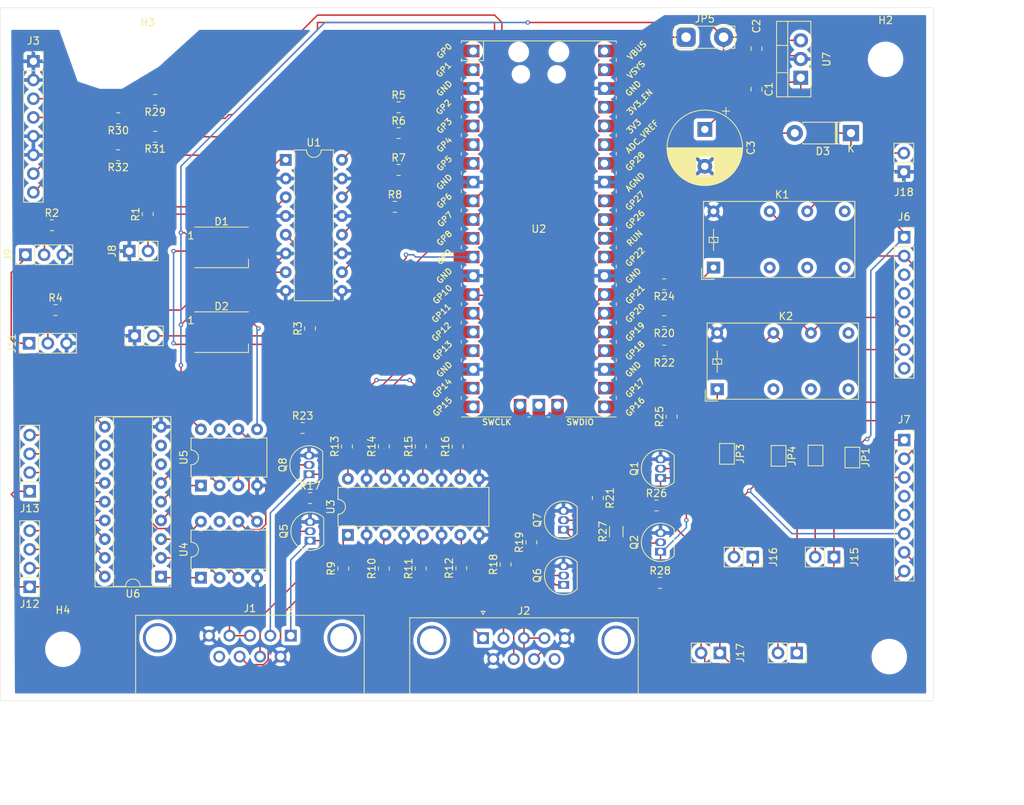
<source format=kicad_pcb>
(kicad_pcb (version 20240108) (generator "pcbnew") (generator_version "8.0")
  (layers (0 "F.Cu" signal) (31 "B.Cu" signal) (34 "B.Paste" user) (35 "F.Paste" user) (36 "B.SilkS" user "B.Silkscreen") (37 "F.SilkS" user "F.Silkscreen") (38 "B.Mask" user) (39 "F.Mask" user) (44 "Edge.Cuts" user))
  (net 0 "")
  (net 1 "+5V")
  (net 2 "GND")
  (net 3 "Net-(D1-DIN)")
  (net 5 "Net-(D2-DIN)")
  (net 6 "Net-(J1-Pad8)")
  (net 8 "+12V")
  (net 9 "FF Nord Tx")
  (net 10 "Net-(J1-Pad7)")
  (net 11 "/Block Kommunikation/FM Nord Tx")
  (net 13 "FF Süd Tx")
  (net 16 "Net-(J2-Pad1)")
  (net 17 "FM Süd Tx")
  (net 18 "Net-(J2-Pad2)")
  (net 19 "Net-(J8-Pin_2)")
  (net 20 "Net-(J9-Pin_2)")
  (net 21 "Net-(J10-Pin_2)")
  (net 22 "Net-(J11-Pin_2)")
  (net 23 "Net-(J12-Pin_3)")
  (net 24 "Net-(J12-Pin_4)")
  (net 25 "Net-(J12-Pin_2)")
  (net 26 "Net-(J13-Pin_3)")
  (net 27 "Net-(J13-Pin_4)")
  (net 28 "Net-(J13-Pin_2)")
  (net 29 "Net-(J15-Pin_2)")
  (net 30 "Net-(J6-Pin_1)")
  (net 31 "Net-(J6-Pin_2)")
  (net 32 "Net-(J14-Pin_2)")
  (net 33 "Net-(J17-Pin_2)")
  (net 34 "Net-(J6-Pin_6)")
  (net 35 "Net-(J16-Pin_2)")
  (net 36 "Net-(J6-Pin_7)")
  (net 37 "Net-(JP5-A)")
  (net 38 "Net-(Q1-C)")
  (net 39 "Net-(Q1-B)")
  (net 40 "Net-(Q2-B)")
  (net 41 "Net-(Q2-C)")
  (net 42 "Net-(Q5-B)")
  (net 43 "Net-(Q6-B)")
  (net 44 "Net-(Q7-B)")
  (net 45 "Net-(Q8-B)")
  (net 46 "Net-(R1-Pad2)")
  (net 47 "Net-(R2-Pad2)")
  (net 48 "Net-(R3-Pad2)")
  (net 49 "Net-(R4-Pad2)")
  (net 50 "Net-(R9-Pad2)")
  (net 51 "Net-(R10-Pad2)")
  (net 52 "Net-(R11-Pad2)")
  (net 53 "Net-(R12-Pad2)")
  (net 54 "FM Nord TX")
  (net 55 "Fahrstrom Nord")
  (net 56 "Fahrstrom Süd")
  (net 57 "Net-(R5-Pad1)")
  (net 58 "Net-(R7-Pad1)")
  (net 59 "Net-(R6-Pad1)")
  (net 60 "Net-(R8-Pad1)")
  (net 61 "FM_Süd_Rx")
  (net 62 "FF_Süd_Rx")
  (net 67 "/S Süd")
  (net 69 "/T Süd")
  (net 70 "/Reed Süd")
  (net 73 "/S Nord")
  (net 74 "/T Nord")
  (net 82 "/LED-Pin")
  (net 83 "/RLT Nord")
  (net 84 "FM_Nord_Rx")
  (net 85 "FF Nord Rx")
  (net 86 "/RLT Süd")
  (net 88 "Net-(R16-Pad1)")
  (net 89 "Net-(R13-Pad1)")
  (net 90 "Net-(R14-Pad1)")
  (net 91 "Net-(R15-Pad1)")
  (net 93 "Net-(U4-OUTR)")
  (net 94 "Net-(U4-OUTG)")
  (net 95 "Net-(U4-DO)")
  (net 96 "Net-(U4-OUTB)")
  (net 97 "Net-(U5-OUTG)")
  (net 99 "Net-(U5-OUTR)")
  (net 100 "Net-(U5-OUTB)")
  (net 101 "/Reed Nord")
  (net 107 "Net-(J14-Pin_1)")
  (net 109 "Net-(J16-Pin_1)")
  (net 122 "Net-(J3-Pin_4)")
  (net 123 "Net-(J3-Pin_8)")
  (net 124 "Net-(J3-Pin_7)")
  (net 125 "Net-(J3-Pin_3)")
  (footprint "Connector_PinSocket_2.54mm:PinSocket_1x02_P2.54mm_Vertical" (layer "F.Cu") (at 173.54 102.5 -90)
    (property "Reference" "J17")
    (property "Value" "Gleis Süd In")
  )
  (footprint "Package_TO_SOT_THT:TO-92_Inline" (layer "F.Cu") (at 165.5 88.77 90)
    (property "Reference" "Q2")
    (property "Value" "BC547")
  )
  (footprint "Resistor_SMD:R_0805_2012Metric_Pad1.20x1.40mm_HandSolder" (layer "F.Cu") (at 166 52.5 180)
    (property "Reference" "R24")
    (property "Value" "10K")
  )
  (footprint "Resistor_SMD:R_0805_2012Metric_Pad1.20x1.40mm_HandSolder" (layer "F.Cu") (at 164.95 82.5)
    (property "Reference" "R26")
    (property "Value" "10K")
  )
  (footprint "Resistor_SMD:R_0805_2012Metric_Pad1.20x1.40mm_HandSolder" (layer "F.Cu") (at 166 57.5 180)
    (property "Reference" "R20")
    (property "Value" "10K")
  )
  (footprint "Connector_PinHeader_2.54mm:PinHeader_1x03_P2.54mm_Vertical" (layer "F.Cu") (at 79.42 48.5 90)
    (property "Reference" "J9")
    (property "Value" "RLT Nord")
  )
  (footprint "Resistor_SMD:R_0805_2012Metric_Pad1.20x1.40mm_HandSolder" (layer "F.Cu") (at 128 91.05 90)
    (property "Reference" "R10")
    (property "Value" "1K")
  )
  (footprint "Jumper:SolderJumper-2_P1.3mm_Open_TrianglePad1.0x1.5mm" (layer "F.Cu") (at 181.5 75.775 -90)
    (property "Reference" "JP4")
    (property "Value" "SolderJumper_2_Open" (hide yes))
  )
  (footprint "Connector_PinHeader_2.54mm:PinHeader_1x02_P2.54mm_Vertical" (layer "F.Cu") (at 93.5 48 90)
    (property "Reference" "J8")
    (property "Value" "Reed Nord")
  )
  (footprint "Resistor_SMD:R_0805_2012Metric_Pad1.20x1.40mm_HandSolder" (layer "F.Cu") (at 122.5 91.05 90)
    (property "Reference" "R9")
    (property "Value" "1K")
  )
  (footprint "MountingHole:MountingHole_4.3mm_M4" (layer "F.Cu") (at 91 20)
    (property "Reference" "H3")
    (property "Value" "MountingHole")
  )
  (footprint "Resistor_SMD:R_0805_2012Metric_Pad1.20x1.40mm_HandSolder" (layer "F.Cu") (at 128 74.5 90)
    (property "Reference" "R14")
    (property "Value" "330")
  )
  (footprint "Resistor_SMD:R_0805_2012Metric_Pad1.20x1.40mm_HandSolder" (layer "F.Cu") (at 130 28.5)
    (property "Reference" "R5")
    (property "Value" "330")
  )
  (footprint "Resistor_SMD:R_0805_2012Metric_Pad1.20x1.40mm_HandSolder" (layer "F.Cu") (at 97 27.5 180)
    (property "Reference" "R29")
    (property "Value" "330")
  )
  (footprint "Resistor_SMD:R_0805_2012Metric_Pad1.20x1.40mm_HandSolder" (layer "F.Cu") (at 129.5 42)
    (property "Reference" "R8")
    (property "Value" "330")
  )
  (footprint "Resistor_SMD:R_0805_2012Metric_Pad1.20x1.40mm_HandSolder" (layer "F.Cu") (at 92 35 180)
    (property "Reference" "R32")
    (property "Value" "330")
  )
  (footprint "Package_DIP:DIP-16_W7.62mm" (layer "F.Cu") (at 114.7 35.625)
    (property "Reference" "U1")
    (property "Value" "LTV-847" (hide yes))
  )
  (footprint "Capacitor_THT:CP_Radial_D10.0mm_P5.00mm" (layer "F.Cu") (at 171.5 31.5 -90)
    (property "Reference" "C3")
    (property "Value" "1 uF")
  )
  (footprint "Package_TO_SOT_THT:TO-92_Inline" (layer "F.Cu") (at 152.36 85.77 90)
    (property "Reference" "Q7")
    (property "Value" "BC547")
  )
  (footprint "Resistor_SMD:R_0805_2012Metric_Pad1.20x1.40mm_HandSolder" (layer "F.Cu") (at 133 91.05 90)
    (property "Reference" "R11")
    (property "Value" "1K")
  )
  (footprint "Connector_PinHeader_2.54mm:PinHeader_1x04_P2.54mm_Vertical" (layer "F.Cu") (at 80 80.58 180)
    (property "Reference" "J13")
    (property "Value" "Signal Süd")
  )
  (footprint "Package_DIP:DIP-8_W7.62mm" (layer "F.Cu") (at 103.2 79.8 90)
    (property "Reference" "U5")
    (property "Value" "WS2811")
  )
  (footprint "Package_TO_SOT_THT:TO-92_Inline" (layer "F.Cu") (at 165.5 78.77 90)
    (property "Reference" "Q1")
    (property "Value" "BC547")
  )
  (footprint "Package_DIP:DIP-8_W7.62mm" (layer "F.Cu") (at 103.2 92.3 90)
    (property "Reference" "U4")
    (property "Value" "WS2811")
  )
  (footprint "Capacitor_SMD:C_0805_2012Metric" (layer "F.Cu") (at 178.5 26.05 -90)
    (property "Reference" "C1")
    (property "Value" "0.33 uF")
  )
  (footprint "Jumper:SolderJumper-2_P1.3mm_Open_TrianglePad1.0x1.5mm" (layer "F.Cu") (at 191.5 76 -90)
    (property "Reference" "JP1")
    (property "Value" "SolderJumper_2_Open" (hide yes))
  )
  (footprint "Resistor_SMD:R_0805_2012Metric_Pad1.20x1.40mm_HandSolder" (layer "F.Cu") (at 83.5 56)
    (property "Reference" "R4")
    (property "Value" "1K")
  )
  (footprint "Package_TO_SOT_THT:TO-92_Inline" (layer "F.Cu") (at 118 87.27 90)
    (property "Reference" "Q5")
    (property "Value" "BC547")
  )
  (footprint "Connector_PinSocket_2.54mm:PinSocket_1x02_P2.54mm_Vertical" (layer "F.Cu") (at 183.96 102.5 -90)
    (property "Reference" "J14" (hide yes))
    (property "Value" "Gleis Nord In")
  )
  (footprint "Resistor_SMD:R_0805_2012Metric_Pad1.20x1.40mm_HandSolder" (layer "F.Cu") (at 130 37)
    (property "Reference" "R7")
    (property "Value" "330")
  )
  (footprint "Connector_PinSocket_2.54mm:PinSocket_1x08_P2.54mm_Vertical" (layer "F.Cu") (at 198.525 46.125)
    (property "Reference" "J6")
    (property "Value" "Conn_01x08")
  )
  (footprint "Resistor_SMD:R_0805_2012Metric_Pad1.20x1.40mm_HandSolder" (layer "F.Cu") (at 97 32.5 180)
    (property "Reference" "R31")
    (property "Value" "330")
  )
  (footprint "Connector_PinSocket_2.54mm:PinSocket_1x08_P2.54mm_Vertical" (layer "F.Cu") (at 198.525 73.625)
    (property "Reference" "J7")
    (property "Value" "Conn_01x08" (hide yes))
  )
  (footprint "MCU_RaspberryPi_and_Boards:RPi_Pico_SMD_TH" (layer "F.Cu") (at 149 45)
    (property "Reference" "U2")
    (property "Value" "Pico")
  )
  (footprint "Package_DIP:DIP-16_W7.62mm" (layer "F.Cu") (at 123.125 86.5 90)
    (property "Reference" "U3")
    (property "Value" "LTV-847")
  )
  (footprint "LED_SMD:LED_WS2812B_PLCC4_5.0x5.0mm_P3.2mm" (layer "F.Cu") (at 106 47.5)
    (property "Reference" "D1")
    (property "Value" "WS2812B")
  )
  (footprint "MountingHole:MountingHole_4.3mm_M4" (layer "F.Cu") (at 196 22)
    (property "Reference" "H2")
    (property "Value" "MountingHole")
  )
  (footprint "Resistor_SMD:R_0805_2012Metric_Pad1.20x1.40mm_HandSolder" (layer "F.Cu") (at 148 87.5 90)
    (property "Reference" "R19")
    (property "Value" "660")
  )
  (footprint "Connector_PinHeader_2.54mm:PinHeader_1x04_P2.54mm_Vertical" (layer "F.Cu") (at 80 93.54 180)
    (property "Reference" "J12")
    (property "Value" "Signal Nord")
  )
  (footprint "Relay_THT:Relay_DPDT_Finder_30.22" (layer "F.Cu") (at 173.1825 66.7375)
    (property "Reference" "K2")
    (property "Value" "Relay_DPDT")
  )
  (footprint "Connector_Dsub:DSUB-9_Female_Horizontal_P2.77x2.84mm_EdgePinOffset4.94mm_Housed_MountingHolesOffset7.48mm" (layer "F.Cu") (at 115.385 100.16)
    (property "Reference" "J1")
    (property "Value" "DE9_Plug_MountingHoles")
  )
  (footprint "LED_SMD:LED_WS2812B_PLCC4_5.0x5.0mm_P3.2mm" (layer "F.Cu") (at 106 59)
    (property "Reference" "D2")
    (property "Value" "WS2812B")
  )
  (footprint "Resistor_SMD:R_0805_2012Metric_Pad1.20x1.40mm_HandSolder" (layer "F.Cu") (at 118 58.5 90)
    (property "Reference" "R3")
    (property "Value" "1K")
  )
  (footprint "Resistor_SMD:R_0805_2012Metric_Pad1.20x1.40mm_HandSolder" (layer "F.Cu") (at 123 74.5 90)
    (property "Reference" "R13")
    (property "Value" "330")
  )
  (footprint "Resistor_SMD:R_0805_2012Metric_Pad1.20x1.40mm_HandSolder" (layer "F.Cu") (at 144.5 90.5 90)
    (property "Reference" "R18")
    (property "Value" "10K")
  )
  (footprint "Package_TO_SOT_THT:TO-92_Inline" (layer "F.Cu") (at 117.86 78.27 90)
    (property "Reference" "Q8")
    (property "Value" "BC547")
  )
  (footprint "Resistor_SMD:R_0805_2012Metric_Pad1.20x1.40mm_HandSolder" (layer "F.Cu") (at 138.5 91 90)
    (property "Reference" "R12")
    (property "Value" "1K")
  )
  (footprint "Package_TO_SOT_THT:TO-92_Inline" (layer "F.Cu") (at 152.36 93.27 90)
    (property "Reference" "Q6")
    (property "Value" "BC547")
  )
  (footprint "Connector_PinSocket_2.54mm:PinSocket_1x02_P2.54mm_Vertical" (layer "F.Cu") (at 178 89.5 -90)
    (property "Reference" "J16")
    (property "Value" "Gleis Süd Out")
  )
  (footprint "TestPoint:TestPoint_2Pads_Pitch5.08mm_Drill1.3mm" (layer "F.Cu") (at 168.96 19)
    (property "Reference" "JP5")
    (property "Value" "Jumper_2_Bridged" (hide yes))
  )
  (footprint "Resistor_SMD:R_0805_2012Metric_Pad1.20x1.40mm_HandSolder" (layer "F.Cu") (at 157 81.5 -90)
    (property "Reference" "R21")
    (property "Value" "660")
  )
  (footprint "Resistor_SMD:R_1206_3216Metric_Pad1.30x1.75mm_HandSolder" (layer "F.Cu") (at 159.5 86.05 90)
    (property "Reference" "R27")
    (property "Value" "660")
  )
  (footprint "MountingHole:MountingHole_4.3mm_M4" (layer "F.Cu") (at 84.5 102)
    (property "Reference" "H4")
    (property "Value" "MountingHole")
  )
  (footprint "Capacitor_SMD:C_0805_2012Metric" (layer "F.Cu") (at 178.5 20.55 -90)
    (property "Reference" "C2")
    (property "Value" "0.1 uF")
  )
  (footprint "Connector_PinHeader_2.54mm:PinHeader_1x03_P2.54mm_Vertical" (layer "F.Cu") (at 79.92 60.5 90)
    (property "Reference" "J11")
    (property "Value" "RLT Süd")
  )
  (footprint "Connector_PinHeader_2.54mm:PinHeader_1x02_P2.54mm_Vertical" (layer "F.Cu") (at 94.225 59.5 90)
    (property "Reference" "J10" (hide yes))
    (property "Value" "Reed Süd")
  )
  (footprint "Resistor_SMD:R_0805_2012Metric_Pad1.20x1.40mm_HandSolder" (layer "F.Cu") (at 130 32)
    (property "Reference" "R6")
    (property "Value" "330")
  )
  (footprint "Relay_THT:Relay_DPDT_Finder_30.22" (layer "F.Cu") (at 172.6825 50.2375)
    (property "Reference" "K1")
    (property "Value" "Relay_DPDT")
  )
  (footprint "Diode_THT:D_DO-41_SOD81_P7.62mm_Horizontal" (layer "F.Cu") (at 191.31 32 180)
    (property "Reference" "D3")
    (property "Value" "D")
  )
  (footprint "Connector_PinSocket_2.54mm:PinSocket_1x02_P2.54mm_Vertical" (layer "F.Cu") (at 189 89.5 -90)
    (property "Reference" "J15")
    (property "Value" "Gleis Nord Out")
  )
  (footprint "Resistor_SMD:R_0805_2012Metric_Pad1.20x1.40mm_HandSolder" (layer "F.Cu") (at 165.45 93)
    (property "Reference" "R28")
    (property "Value" "10K")
  )
  (footprint "Package_TO_SOT_THT:TO-220-3_Vertical" (layer "F.Cu") (at 184.5 24.5 90)
    (property "Reference" "U7")
    (property "Value" "LM7805_TO220")
  )
  (footprint "Resistor_SMD:R_0805_2012Metric_Pad1.20x1.40mm_HandSolder" (layer "F.Cu") (at 166 61.5 180)
    (property "Reference" "R22")
    (property "Value" "10K")
  )
  (footprint "Jumper:SolderJumper-2_P1.3mm_Open_TrianglePad1.0x1.5mm" (layer "F.Cu") (at 186.5 75.725 -90)
    (property "Reference" "JP2" (hide yes))
    (property "Value" "SolderJumper_2_Open" (hide yes))
  )
  (footprint "Resistor_SMD:R_0805_2012Metric_Pad1.20x1.40mm_HandSolder" (layer "F.Cu") (at 118 81.5)
    (property "Reference" "R17")
    (property "Value" "660")
  )
  (footprint "Package_DIP:DIP-18_W7.62mm_Socket" (layer "F.Cu") (at 97.8 92.15 180)
    (property "Reference" "U6")
    (property "Value" "ULN2803A")
  )
  (footprint "Connector_PinSocket_2.54mm:PinSocket_1x02_P2.54mm_Vertical" (layer "F.Cu") (at 198.475 37.25 180)
    (property "Reference" "J18")
    (property "Value" "Local Supply")
  )
  (footprint "MountingHole:MountingHole_4.3mm_M4" (layer "F.Cu") (at 196.5 103)
    (property "Reference" "H1" (hide yes))
    (property "Value" "MountingHole")
  )
  (footprint "Resistor_SMD:R_0805_2012Metric_Pad1.20x1.40mm_HandSolder" (layer "F.Cu") (at 138 74.5 90)
    (property "Reference" "R16")
    (property "Value" "330")
  )
  (footprint "Connector_PinSocket_2.54mm:PinSocket_1x08_P2.54mm_Vertical" (layer "F.Cu") (at 80.5 22.26)
    (property "Reference" "J3")
    (property "Value" "Man. Bedienung")
  )
  (footprint "Resistor_SMD:R_0805_2012Metric_Pad1.20x1.40mm_HandSolder" (layer "F.Cu") (at 133 74.5 90)
    (property "Reference" "R15")
    (property "Value" "330")
  )
  (footprint "Resistor_SMD:R_0805_2012Metric_Pad1.20x1.40mm_HandSolder" (layer "F.Cu") (at 92 30 180)
    (property "Reference" "R30")
    (property "Value" "330")
  )
  (footprint "Jumper:SolderJumper-2_P1.3mm_Open_TrianglePad1.0x1.5mm" (layer "F.Cu") (at 174.5 75.5 -90)
    (property "Reference" "JP3")
    (property "Value" "SolderJumper_2_Open" (hide yes))
  )
  (footprint "Connector_Dsub:DSUB-9_Male_Horizontal_P2.77x2.84mm_EdgePinOffset4.94mm_Housed_MountingHolesOffset7.48mm" (layer "F.Cu") (at 141.45 100.494669)
    (property "Reference" "J2")
    (property "Value" "DE9_Plug_MountingHoles")
  )
  (footprint "Resistor_SMD:R_0805_2012Metric_Pad1.20x1.40mm_HandSolder" (layer "F.Cu") (at 96 43 90)
    (property "Reference" "R1")
    (property "Value" "1k")
  )
  (footprint "Resistor_SMD:R_0805_2012Metric_Pad1.20x1.40mm_HandSolder" (layer "F.Cu") (at 83 44.5)
    (property "Reference" "R2")
    (property "Value" "1K")
  )
  (footprint "Resistor_SMD:R_0805_2012Metric_Pad1.20x1.40mm_HandSolder" (layer "F.Cu") (at 117 72)
    (property "Reference" "R23")
    (property "Value" "660")
  )
  (footprint "Resistor_SMD:R_0805_2012Metric_Pad1.20x1.40mm_HandSolder" (layer "F.Cu") (at 167 70.45 90)
    (property "Reference" "R25")
    (property "Value" "660")
  )
  (gr_rect (start 76 15) (end 202.5 109) (stroke (width 0.05)) (fill none) (layer "Edge.Cuts"))
  (segment (start 177 19) (end 174.04 19) (width 0.2) (layer "F.Cu") (net 1))
  (segment (start 147.5 17) (end 172.5 17) (width 0.2) (layer "F.Cu") (net 1))
  (segment (start 101.15 57.35) (end 103.55 57.35) (width 0.2) (layer "F.Cu") (net 1))
  (segment (start 100 68.5) (end 100 68.98) (width 0.2) (layer "F.Cu") (net 1))
  (segment (start 100 68.98) (end 103.2 72.18) (width 0.2) (layer "F.Cu") (net 1))
  (segment (start 174.04 28.96) (end 171.5 31.5) (width 0.2) (layer "F.Cu") (net 1))
  (segment (start 177.08 32) (end 174.04 28.96) (width 0.2) (layer "F.Cu") (net 1))
  (segment (start 184.5 19.42) (end 178.68 19.42) (width 0.2) (layer "F.Cu") (net 1))
  (segment (start 101.35 45.85) (end 103.55 45.85) (width 0.2) (layer "F.Cu") (net 1))
  (segment (start 172.5 17.46) (end 172.5 17) (width 0.2) (layer "F.Cu") (net 1))
  (segment (start 100.5 58) (end 101.15 57.35) (width 0.2) (layer "F.Cu") (net 1))
  (segment (start 95 83.285635) (end 97.344365 85.63) (width 0.2) (layer "F.Cu") (net 1))
  (segment (start 97.344365 85.63) (end 102.25 85.63) (width 0.2) (layer "F.Cu") (net 1))
  (segment (start 100.5 45.5) (end 101 45.5) (width 0.2) (layer "F.Cu") (net 1))
  (segment (start 102.25 85.63) (end 103.2 84.68) (width 0.2) (layer "F.Cu") (net 1))
  (segment (start 101 45.5) (end 101.35 45.85) (width 0.2) (layer "F.Cu") (net 1))
  (segment (start 175.08 19.42) (end 175 19.5) (width 0.2) (layer "F.Cu") (net 1))
  (segment (start 95 68.5) (end 100 68.5) (width 0.2) (layer "F.Cu") (net 1))
  (segment (start 174.04 19) (end 172.5 17.46) (width 0.2) (layer "F.Cu") (net 1))
  (segment (start 100.5 63.5) (end 100.5 68) (width 0.2) (layer "F.Cu") (net 1))
  (segment (start 174.04 19) (end 174.04 28.96) (width 0.2) (layer "F.Cu") (net 1))
  (segment (start 177.6 19.6) (end 177 19) (width 0.2) (layer "F.Cu") (net 1))
  (segment (start 178.5 19.6) (end 177.6 19.6) (width 0.2) (layer "F.Cu") (net 1))
  (segment (start 100.5 68) (end 100 68.5) (width 0.2) (layer "F.Cu") (net 1))
  (segment (start 95 68.5) (end 95 83.285635) (width 0.2) (layer "F.Cu") (net 1))
  (segment (start 178.68 19.42) (end 178.5 19.6) (width 0.2) (layer "F.Cu") (net 1))
  (segment (start 183.69 32) (end 177.08 32) (width 0.2) (layer "F.Cu") (net 1))
  (via (at 147.5 17) (size 0.6) (drill 0.3) (layers "F.Cu" "B.Cu") (net 1))
  (via (at 100.5 63.5) (size 0.6) (drill 0.3) (layers "F.Cu" "B.Cu") (net 1))
  (via (at 100.5 58) (size 0.6) (drill 0.3) (layers "F.Cu" "B.Cu") (net 1))
  (via (at 100.5 45.5) (size 0.6) (drill 0.3) (layers "F.Cu" "B.Cu") (net 1))
  (segment (start 100.5 36.5) (end 100.5 45.5) (width 0.2) (layer "B.Cu") (net 1))
  (segment (start 147.5 17) (end 120 17) (width 0.2) (layer "B.Cu") (net 1))
  (segment (start 100.5 45.5) (end 100.5 58) (width 0.2) (layer "B.Cu") (net 1))
  (segment (start 120 17) (end 100.5 36.5) (width 0.2) (layer "B.Cu") (net 1))
  (segment (start 100.5 58) (end 100.5 63.5) (width 0.2) (layer "B.Cu") (net 1))
  (segment (start 113 76) (end 110.82 78.18) (width 0.2) (layer "F.Cu") (net 2))
  (segment (start 110.82 78.18) (end 110.82 79.8) (width 0.2) (layer "F.Cu") (net 2))
  (segment (start 111.65 60.65) (end 112 61) (width 0.2) (layer "F.Cu") (net 2))
  (segment (start 178.5 21.5) (end 184.04 21.5) (width 0.2) (layer "F.Cu") (net 2))
  (segment (start 178.5 21.5) (end 177.5 21.5) (width 0.2) (layer "F.Cu") (net 2))
  (segment (start 184.04 21.5) (end 184.5 21.96) (width 0.2) (layer "F.Cu") (net 2))
  (segment (start 113 71) (end 113 76) (width 0.2) (layer "F.Cu") (net 2))
  (segment (start 176 26) (end 177 27) (width 0.2) (layer "F.Cu") (net 2))
  (segment (start 177.5 21.5) (end 176 23) (width 0.2) (layer "F.Cu") (net 2))
  (segment (start 112 70) (end 113 71) (width 0.2) (layer "F.Cu") (net 2))
  (segment (start 108.45 49.15) (end 113.875 49.15) (width 0.2) (layer "F.Cu") (net 2))
  (segment (start 108.45 60.65) (end 111.65 60.65) (width 0.2) (layer "F.Cu") (net 2))
  (segment (start 176 23) (end 176 26) (width 0.2) (layer "F.Cu") (net 2))
  (segment (start 112 61) (end 112 70) (width 0.2) (layer "F.Cu") (net 2))
  (segment (start 113.875 49.15) (end 114.7 48.325) (width 0.2) (layer "F.Cu") (net 2))
  (segment (start 177 27) (end 178.5 27) (width 0.2) (layer "F.Cu") (net 2))
  (segment (start 106.3 48) (end 108.45 45.85) (width 0.2) (layer "F.Cu") (net 3))
  (segment (start 99.5 48) (end 106.3 48) (width 0.2) (layer "F.Cu") (net 3))
  (segment (start 99.65 60.65) (end 99.5 60.5) (width 0.2) (layer "F.Cu") (net 3))
  (segment (start 103.55 60.65) (end 99.65 60.65) (width 0.2) (layer "F.Cu") (net 3))
  (via (at 99.5 48) (size 0.6) (drill 0.3) (layers "F.Cu" "B.Cu") (net 3))
  (via (at 99.5 60.5) (size 0.6) (drill 0.3) (layers "F.Cu" "B.Cu") (net 3))
  (segment (start 99.5 60.5) (end 99.5 48) (width 0.2) (layer "B.Cu") (net 3))
  (segment (start 111 58.5) (end 109.85 57.35) (width 0.2) (layer "F.Cu") (net 5))
  (segment (start 109.85 57.35) (end 108.45 57.35) (width 0.2) (layer "F.Cu") (net 5))
  (via (at 111 58.5) (size 0.6) (drill 0.3) (layers "F.Cu" "B.Cu") (net 5))
  (segment (start 110.82 58.68) (end 111 58.5) (width 0.2) (layer "B.Cu") (net 5))
  (segment (start 110.82 72.18) (end 110.82 58.68) (width 0.2) (layer "B.Cu") (net 5))
  (segment (start 112.33 102.17) (end 112.33 103.455635) (width 0.2) (layer "F.Cu") (net 6))
  (segment (start 114 101) (end 113.5 101.5) (width 0.2) (layer "F.Cu") (net 6))
  (segment (start 112.33 103.455635) (end 111.685635 104.1) (width 0.2) (layer "F.Cu") (net 6))
  (segment (start 128 92.05) (end 126.05 94) (width 0.2) (layer "F.Cu") (net 6))
  (segment (start 114 97.5) (end 114 101) (width 0.2) (layer "F.Cu") (net 6))
  (segment (start 109.56 104.1) (end 108.46 103) (width 0.2) (layer "F.Cu") (net 6))
  (segment (start 113.5 101.5) (end 113 101.5) (width 0.2) (layer "F.Cu") (net 6))
  (segment (start 111.685635 104.1) (end 109.56 104.1) (width 0.2) (layer "F.Cu") (net 6))
  (segment (start 117.5 94) (end 114 97.5) (width 0.2) (layer "F.Cu") (net 6))
  (segment (start 126.05 94) (end 117.5 94) (width 0.2) (layer "F.Cu") (net 6))
  (segment (start 113 101.5) (end 112.33 102.17) (width 0.2) (layer "F.Cu") (net 6))
  (segment (start 101 105) (end 102.5 106.5) (width 0.2) (layer "F.Cu") (net 8))
  (segment (start 77.92 80.58) (end 77.92 70) (width 0.2) (layer "F.Cu") (net 8))
  (segment (start 77.5 60) (end 77.5 50.92) (width 0.2) (layer "F.Cu") (net 8))
  (segment (start 77.92 80.58) (end 77.5 81) (width 0.2) (layer "F.Cu") (net 8))
  (segment (start 191.31 32) (end 191.31 34.52) (width 0.2) (layer "F.Cu") (net 8))
  (segment (start 79.92 60.5) (end 78 60.5) (width 0.2) (layer "F.Cu") (net 8))
  (segment (start 198.475 34.71) (end 191.5 34.71) (width 0.2) (layer "F.Cu") (net 8))
  (segment (start 77.92 70) (end 87.5 70) (width 0.2) (layer "F.Cu") (net 8))
  (segment (start 78.04 93.54) (end 80 93.54) (width 0.2) (layer "F.Cu") (net 8))
  (segment (start 167 65) (end 167 61.5) (width 0.2) (layer "F.Cu") (net 8))
  (segment (start 107.075 100.16) (end 109.845 100.16) (width 0.2) (layer "F.Cu") (net 8))
  (segment (start 168.45 70.55) (end 169 70) (width 0.2) (layer "F.Cu") (net 8))
  (segment (start 84.54 93.54) (end 88 97) (width 0.2) (layer "F.Cu") (net 8))
  (segment (start 146.99 100.494669) (end 149.76 100.494669) (width 0.2) (layer "F.Cu") (net 8))
  (segment (start 163.45 70.55) (end 168.45 70.55) (width 0.2) (layer "F.Cu") (net 8))
  (segment (start 101 97) (end 105.5 97) (width 0.2) (layer "F.Cu") (net 8))
  (segment (start 146.99 94.54) (end 144.5 92.05) (width 0.2) (layer "F.Cu") (net 8))
  (segment (start 163.9 96) (end 163.9 93) (width 0.2) (layer "F.Cu") (net 8))
  (segment (start 167 61.5) (end 167 57.5) (width 0.2) (layer "F.Cu") (net 8))
  (segment (start 88 70.5) (end 88.85 70.5) (width 0.2) (layer "F.Cu") (net 8))
  (segment (start 102.5 106.5) (end 147 106.5) (width 0.2) (layer "F.Cu") (net 8))
  (segment (start 77.92 60.58) (end 78 60.5) (width 0.2) (layer "F.Cu") (net 8))
  (segment (start 191.5 34.71) (end 184 34.71) (width 0.2) (layer "F.Cu") (net 8))
  (segment (start 163.9 106.1) (end 163.9 96) (width 0.2) (layer "F.Cu") (net 8))
  (segment (start 101 97) (end 101 105) (width 0.2) (layer "F.Cu") (net 8))
  (segment (start 169 96) (end 169 87) (width 0.2) (layer "F.Cu") (net 8))
  (segment (start 184.5 27.5) (end 189 32) (width 0.2) (layer "F.Cu") (net 8))
  (segment (start 80 93.54) (end 84.54 93.54) (width 0.2) (layer "F.Cu") (net 8))
  (segment (start 184 25) (end 184.5 24.5) (width 0.2) (layer "F.Cu") (net 8))
  (segment (start 163.4 70.6) (end 163.45 70.55) (width 0.2) (layer "F.Cu") (net 8))
  (segment (start 183.4 25.1) (end 178.5 25.1) (width 0.2) (layer "F.Cu") (net 8))
  (segment (start 88.85 70.5) (end 90.18 71.83) (width 0.2) (layer "F.Cu") (net 8))
  (segment (start 163.9 96) (end 169 96) (width 0.2) (layer "F.Cu") (net 8))
  (segment (start 191.31 34.52) (end 191.5 34.71) (width 0.2) (layer "F.Cu") (net 8))
  (segment (start 105.5 97) (end 107.075 98.575) (width 0.2) (layer "F.Cu") (net 8))
  (segment (start 77.92 70) (end 77.92 60.58) (width 0.2) (layer "F.Cu") (net 8))
  (segment (start 78 93.5) (end 78.04 93.54) (width 0.2) (layer "F.Cu") (net 8))
  (segment (start 184.5 24.5) (end 184.5 27.5) (width 0.2) (layer "F.Cu") (net 8))
  (segment (start 165 84.5) (end 163.4 82.9) (width 0.2) (layer "F.Cu") (net 8))
  (segment (start 146.99 106.49) (end 146.99 100.494669) (width 0.2) (layer "F.Cu") (net 8))
  (segment (start 107.075 98.575) (end 107.075 100.16) (width 0.2) (layer "F.Cu") (net 8))
  (segment (start 88 97) (end 101 97) (width 0.2) (layer "F.Cu") (net 8))
  (segment (start 169 67) (end 167 65) (width 0.2) (layer "F.Cu") (net 8))
  (segment (start 147 106.5) (end 146.99 106.49) (width 0.2) (layer "F.Cu") (net 8))
  (segment (start 163.5 106.5) (end 163.9 106.1) (width 0.2) (layer "F.Cu") (net 8))
  (segment (start 163.4 82.9) (end 163.4 70.6) (width 0.2) (layer "F.Cu") (net 8))
  (segment (start 147 106.5) (end 163.5 106.5) (width 0.2) (layer "F.Cu") (net 8))
  (segment (start 87.5 70) (end 88 70.5) (width 0.2) (layer "F.Cu") (net 8))
  (segment (start 177.71 41) (end 184 34.71) (width 0.2) (layer "F.Cu") (net 8))
  (segment (start 166.5 84.5) (end 165 84.5) (width 0.2) (layer "F.Cu") (net 8))
  (segment (start 184.5 24.5) (end 184 24.5) (width 0.2) (layer "F.Cu") (net 8))
  (segment (start 167 41) (end 177.71 41) (width 0.2) (layer "F.Cu") (net 8))
  (segment (start 169 87) (end 166.5 84.5) (width 0.2) (layer "F.Cu") (net 8))
  (segment (start 167 57.5) (end 167 52.5) (width 0.2) (layer "F.Cu") (net 8))
  (segment (start 169 70) (end 169 67) (width 0.2) (layer "F.Cu") (net 8))
  (segment (start 146.99 100.494669) (end 146.99 94.54) (width 0.2) (layer "F.Cu") (net 8))
  (segment (start 189 32) (end 191.31 32) (width 0.2) (layer "F.Cu") (net 8))
  (segment (start 77.5 81) (end 78 81.5) (width 0.2) (layer "F.Cu") (net 8))
  (segment (start 184 24.5) (end 183.4 25.1) (width 0.2) (layer "F.Cu") (net 8))
  (segment (start 78 60.5) (end 77.5 60) (width 0.2) (layer "F.Cu") (net 8))
  (segment (start 167 61.5) (end 167.5 62) (width 0.2) (layer "F.Cu") (net 8))
  (segment (start 77.5 50.92) (end 79.42 49) (width 0.2) (layer "F.Cu") (net 8))
  (segment (start 167 52.5) (end 167 41) (width 0.2) (layer "F.Cu") (net 8))
  (segment (start 78 81.5) (end 78 93.5) (width 0.2) (layer "F.Cu") (net 8))
  (segment (start 80 80.58) (end 77.92 80.58) (width 0.2) (layer "F.Cu") (net 8))
  (segment (start 119.565686 73.5) (end 120.565686 74.5) (width 0.2) (layer "F.Cu") (net 9))
  (segment (start 120.565686 74.5) (end 143 74.5) (width 0.2) (layer "F.Cu") (net 9))
  (segment (start 143 74.5) (end 144 73.5) (width 0.2) (layer "F.Cu") (net 9))
  (segment (start 144 73.5) (end 144 67.78) (width 0.2) (layer "F.Cu") (net 9))
  (segment (start 119.5 73.5) (end 118 72) (width 0.2) (layer "F.Cu") (net 9))
  (segment (start 119.5 78) (end 119.5 73.5) (width 0.2) (layer "F.Cu") (net 9))
  (segment (start 163.5 52.5) (end 162 54) (width 0.2) (layer "F.Cu") (net 9))
  (segment (start 119.23 78.27) (end 119.5 78) (width 0.2) (layer "F.Cu") (net 9))
  (segment (start 165 52.5) (end 163.5 52.5) (width 0.2) (layer "F.Cu") (net 9))
  (segment (start 144 67.78) (end 157.89 53.89) (width 0.2) (layer "F.Cu") (net 9))
  (segment (start 162 54) (end 161.5 54) (width 0.2) (layer "F.Cu") (net 9))
  (segment (start 161.5 54) (end 161.39 53.89) (width 0.2) (layer "F.Cu") (net 9))
  (segment (start 119.5 73.5) (end 119.565686 73.5) (width 0.2) (layer "F.Cu") (net 9))
  (segment (start 117.86 78.27) (end 119.23 78.27) (width 0.2) (layer "F.Cu") (net 9))
  (segment (start 161.39 53.89) (end 157.89 53.89) (width 0.2) (layer "F.Cu") (net 9))
  (segment (start 112.615 83.515) (end 117.86 78.27) (width 0.2) (layer "B.Cu") (net 9))
  (segment (start 112.615 100.16) (end 112.615 83.515) (width 0.2) (layer "B.Cu") (net 9))
  (segment (start 111.23 97.77) (end 111.23 103) (width 0.2) (layer "F.Cu") (net 10))
  (segment (start 116.95 92.05) (end 111.23 97.77) (width 0.2) (layer "F.Cu") (net 10))
  (segment (start 122.5 92.05) (end 116.95 92.05) (width 0.2) (layer "F.Cu") (net 10))
  (segment (start 118 87.27) (end 120.23 87.27) (width 0.2) (layer "F.Cu") (net 11))
  (segment (start 121.5 86) (end 121.5 85) (width 0.2) (layer "F.Cu") (net 11))
  (segment (start 142.5 85) (end 144.5 87) (width 0.2) (layer "F.Cu") (net 11))
  (segment (start 144.5 87) (end 144.5 88.95) (width 0.2) (layer "F.Cu") (net 11))
  (segment (start 120.23 87.27) (end 121.5 86) (width 0.2) (layer "F.Cu") (net 11))
  (segment (start 121.5 85) (end 142.5 85) (width 0.2) (layer "F.Cu") (net 11))
  (segment (start 115.385 89.885) (end 118 87.27) (width 0.2) (layer "B.Cu") (net 11))
  (segment (start 115.385 100.16) (end 115.385 89.885) (width 0.2) (layer "B.Cu") (net 11))
  (segment (start 154.5 73) (end 154.5 62.36) (width 0.2) (layer "F.Cu") (net 13))
  (segment (start 145.605 103.334669) (end 145.605 96.605) (width 0.2) (layer "F.Cu") (net 13))
  (segment (start 143.325 90.675) (end 143.5 90.5) (width 0.2) (layer "F.Cu") (net 13))
  (segment (start 143.325 94.325) (end 143.325 90.675) (width 0.2) (layer "F.Cu") (net 13))
  (segment (start 149 91) (end 151.27 93.27) (width 0.2) (layer "F.Cu") (net 13))
  (segment (start 148 91) (end 149 91) (width 0.2) (layer "F.Cu") (net 13))
  (segment (start 146 90.5) (end 147.5 90.5) (width 0.2) (layer "F.Cu") (net 13))
  (segment (start 154.5 62.36) (end 157.89 58.97) (width 0.2) (layer "F.Cu") (net 13))
  (segment (start 146 87) (end 146 90.5) (width 0.2) (layer "F.Cu") (net 13))
  (segment (start 148 79.5) (end 154.5 73) (width 0.2) (layer "F.Cu") (net 13))
  (segment (start 145.605 96.605) (end 143.325 94.325) (width 0.2) (layer "F.Cu") (net 13))
  (segment (start 163.53 58.97) (end 157.89 58.97) (width 0.2) (layer "F.Cu") (net 13))
  (segment (start 143.5 90.5) (end 146 90.5) (width 0.2) (layer "F.Cu") (net 13))
  (segment (start 148 86.5) (end 146.5 86.5) (width 0.2) (layer "F.Cu") (net 13))
  (segment (start 151.27 93.27) (end 152.36 93.27) (width 0.2) (layer "F.Cu") (net 13))
  (segment (start 165 57.5) (end 163.53 58.97) (width 0.2) (layer "F.Cu") (net 13))
  (segment (start 146.5 86.5) (end 146 87) (width 0.2) (layer "F.Cu") (net 13))
  (segment (start 147.5 90.5) (end 148 91) (width 0.2) (layer "F.Cu") (net 13))
  (segment (start 148 86.5) (end 148 79.5) (width 0.2) (layer "F.Cu") (net 13))
  (segment (start 141.45 100.494669) (end 141.444669 100.494669) (width 0.2) (layer "F.Cu") (net 16))
  (segment (start 141.444669 100.494669) (end 133 92.05) (width 0.2) (layer "F.Cu") (net 16))
  (segment (start 156 71) (end 156 63.4) (width 0.2) (layer "F.Cu") (net 17))
  (segment (start 158.5 82.5) (end 158.5 73.5) (width 0.2) (layer "F.Cu") (net 17))
  (segment (start 165 61.5) (end 157.9 61.5) (width 0.2) (layer "F.Cu") (net 17))
  (segment (start 154 102) (end 154 87.41) (width 0.2) (layer "F.Cu") (net 17))
  (segment (start 157.9 61.5) (end 157.89 61.51) (width 0.2) (layer "F.Cu") (net 17))
  (segment (start 154 87.41) (end 152.36 85.77) (width 0.2) (layer "F.Cu") (net 17))
  (segment (start 158.5 73.5) (end 156 71) (width 0.2) (layer "F.Cu") (net 17))
  (segment (start 149.709669 102) (end 154 102) (width 0.2) (layer "F.Cu") (net 17))
  (segment (start 154.73 85.77) (end 157 83.5) (width 0.2) (layer "F.Cu") (net 17))
  (segment (start 152.36 85.77) (end 154.73 85.77) (width 0.2) (layer "F.Cu") (net 17))
  (segment (start 156 63.4) (end 157.89 61.51) (width 0.2) (layer "F.Cu") (net 17))
  (segment (start 148.375 103.334669) (end 149.709669 102) (width 0.2) (layer "F.Cu") (net 17))
  (segment (start 157 82.5) (end 158.5 82.5) (width 0.2) (layer "F.Cu") (net 17))
  (segment (start 157 83.5) (end 157 82.5) (width 0.2) (layer "F.Cu") (net 17))
  (segment (start 144.22 100.494669) (end 144.22 97.72) (width 0.2) (layer "F.Cu") (net 18))
  (segment (start 144.22 97.72) (end 138.5 92) (width 0.2) (layer "F.Cu") (net 18))
  (segment (start 96.04 44.04) (end 96 44) (width 0.2) (layer "F.Cu") (net 19))
  (segment (start 95.65 48.35) (end 95.95 48.35) (width 0.2) (layer "F.Cu") (net 19))
  (segment (start 96.04 48) (end 96.04 44.04) (width 0.2) (layer "F.Cu") (net 19))
  (segment (start 82 48.46) (end 81.96 48.5) (width 0.2) (layer "F.Cu") (net 20))
  (segment (start 82 44.5) (end 82 48.46) (width 0.2) (layer "F.Cu") (net 20))
  (segment (start 96.765 59.5) (end 118 59.5) (width 0.2) (layer "F.Cu") (net 21))
  (segment (start 82.46 56.04) (end 82.5 56) (width 0.2) (layer "F.Cu") (net 22))
  (segment (start 82.46 60.5) (end 82.46 56.04) (width 0.2) (layer "F.Cu") (net 22))
  (segment (start 89.03 88.46) (end 90.18 89.61) (width 0.2) (layer "F.Cu") (net 23))
  (segment (start 80 88.46) (end 89.03 88.46) (width 0.2) (layer "F.Cu") (net 23))
  (segment (start 80 85.92) (end 89.03 85.92) (width 0.2) (layer "F.Cu") (net 24))
  (segment (start 89.03 85.92) (end 90.18 87.07) (width 0.2) (layer "F.Cu") (net 24))
  (segment (start 80 91) (end 89.03 91) (width 0.2) (layer "F.Cu") (net 25))
  (segment (start 89.03 91) (end 90.18 92.15) (width 0.2) (layer "F.Cu") (net 25))
  (segment (start 80 75.5) (end 82.5 75.5) (width 0.2) (layer "F.Cu") (net 26))
  (segment (start 83.5 76.5) (end 83.5 80.5) (width 0.2) (layer "F.Cu") (net 26))
  (segment (start 82.5 75.5) (end 83.5 76.5) (width 0.2) (layer "F.Cu") (net 26))
  (segment (start 84.99 81.99) (end 90.18 81.99) (width 0.2) (layer "F.Cu") (net 26))
  (segment (start 83.5 80.5) (end 84.99 81.99) (width 0.2) (layer "F.Cu") (net 26))
  (segment (start 82.46 72.96) (end 84.5 75) (width 0.2) (layer "F.Cu") (net 27))
  (segment (start 80 72.96) (end 82.46 72.96) (width 0.2) (layer "F.Cu") (net 27))
  (segment (start 86.95 79.45) (end 90.18 79.45) (width 0.2) (layer "F.Cu") (net 27))
  (segment (start 84.5 75) (end 84.5 77) (width 0.2) (layer "F.Cu") (net 27))
  (segment (start 84.5 77) (end 86.95 79.45) (width 0.2) (layer "F.Cu") (net 27))
  (segment (start 83.53 84.53) (end 90.18 84.53) (width 0.2) (layer "F.Cu") (net 28))
  (segment (start 82.5 78) (end 82.5 84) (width 0.2) (layer "F.Cu") (net 28))
  (segment (start 83 84) (end 83.53 84.53) (width 0.2) (layer "F.Cu") (net 28))
  (segment (start 82.46 78.04) (end 82.5 78) (width 0.2) (layer "F.Cu") (net 28))
  (segment (start 80 78.04) (end 82.46 78.04) (width 0.2) (layer "F.Cu") (net 28))
  (segment (start 82.5 84) (end 83 84) (width 0.2) (layer "F.Cu") (net 28))
  (segment (start 186.46 81.765) (end 191.5 76.725) (width 0.2) (layer "F.Cu") (net 29))
  (segment (start 186.46 89.5) (end 186.46 81.765) (width 0.2) (layer "F.Cu") (net 29))
  (segment (start 191.5 76.725) (end 193.775 76.725) (width 0.2) (layer "F.Cu") (net 29))
  (segment (start 193.775 76.725) (end 196.875 73.625) (width 0.2) (layer "F.Cu") (net 29))
  (segment (start 196.875 73.625) (end 198.525 73.625) (width 0.2) (layer "F.Cu") (net 29))
  (segment (start 198.525 45.525) (end 193.5 40.5) (width 0.2) (layer "F.Cu") (net 30))
  (segment (start 193.5 40.5) (end 187.5 40.5) (width 0.2) (layer "F.Cu") (net 30))
  (segment (start 193.275 73.5) (end 193.5 73.5) (width 0.2) (layer "F.Cu") (net 30))
  (segment (start 187.5 40.5) (end 185.3825 42.6175) (width 0.2) (layer "F.Cu") (net 30))
  (segment (start 191.5 75.275) (end 193.275 73.5) (width 0.2) (layer "F.Cu") (net 30))
  (segment (start 198.525 46.125) (end 198.525 45.525) (width 0.2) (layer "F.Cu") (net 30))
  (via (at 193.5 73.5) (size 0.6) (drill 0.3) (layers "F.Cu" "B.Cu") (net 30))
  (segment (start 194 73) (end 194 50.65) (width 0.2) (layer "B.Cu") (net 30))
  (segment (start 194 50.65) (end 198.525 46.125) (width 0.2) (layer "B.Cu") (net 30))
  (segment (start 193.5 73.5) (end 194 73) (width 0.2) (layer "B.Cu") (net 30))
  (segment (start 184.685 47) (end 180.3025 42.6175) (width 0.2) (layer "F.Cu") (net 31))
  (segment (start 198.525 48.665) (end 191.165 48.665) (width 0.2) (layer "F.Cu") (net 31))
  (segment (start 186.5 75) (end 186.5 72) (width 0.2) (layer "F.Cu") (net 31))
  (segment (start 200.5 68.5) (end 200.5 50.64) (width 0.2) (layer "F.Cu") (net 31))
  (segment (start 191.165 48.665) (end 189.5 47) (width 0.2) (layer "F.Cu") (net 31))
  (segment (start 186.5 72) (end 190 68.5) (width 0.2) (layer "F.Cu") (net 31))
  (segment (start 200.5 50.64) (end 198.525 48.665) (width 0.2) (layer "F.Cu") (net 31))
  (segment (start 190 68.5) (end 200.5 68.5) (width 0.2) (layer "F.Cu") (net 31))
  (segment (start 189.5 47) (end 184.685 47) (width 0.2) (layer "F.Cu") (net 31))
  (segment (start 188.05 76.45) (end 186.5 76.45) (width 0.2) (layer "F.Cu") (net 32))
  (segment (start 198.525 76.165) (end 200 74.69) (width 0.2) (layer "F.Cu") (net 32))
  (segment (start 191 71) (end 188.5 73.5) (width 0.2) (layer "F.Cu") (net 32))
  (segment (start 181.42 96.58) (end 184 94) (width 0.2) (layer "F.Cu") (net 32))
  (segment (start 184 94) (end 184 78.95) (width 0.2) (layer "F.Cu") (net 32))
  (segment (start 181.42 102.5) (end 181.42 96.58) (width 0.2) (layer "F.Cu") (net 32))
  (segment (start 200 71) (end 191 71) (width 0.2) (layer "F.Cu") (net 32))
  (segment (start 188.5 76) (end 188.05 76.45) (width 0.2) (layer "F.Cu") (net 32))
  (segment (start 184 78.95) (end 186.5 76.45) (width 0.2) (layer "F.Cu") (net 32))
  (segment (start 200 74.69) (end 200 71) (width 0.2) (layer "F.Cu") (net 32))
  (segment (start 188.5 73.5) (end 188.5 76) (width 0.2) (layer "F.Cu") (net 32))
  (segment (start 200 95.5) (end 201 94.5) (width 0.2) (layer "F.Cu") (net 33))
  (segment (start 173.5 107) (end 189.5 107) (width 0.2) (layer "F.Cu") (net 33))
  (segment (start 201 91.34) (end 198.525 88.865) (width 0.2) (layer "F.Cu") (net 33))
  (segment (start 189.5 107) (end 189.5 96.5) (width 0.2) (layer "F.Cu") (net 33))
  (segment (start 171.5 105) (end 173.5 107) (width 0.2) (layer "F.Cu") (net 33))
  (segment (start 189.5 96.5) (end 190.5 95.5) (width 0.2) (layer "F.Cu") (net 33))
  (segment (start 171 102.5) (end 171 79.725) (width 0.2) (layer "F.Cu") (net 33))
  (segment (start 171.5 103) (end 171.5 105) (width 0.2) (layer "F.Cu") (net 33))
  (segment (start 190.5 95.5) (end 200 95.5) (width 0.2) (layer "F.Cu") (net 33))
  (segment (start 171 102.5) (end 171.5 103) (width 0.2) (layer "F.Cu") (net 33))
  (segment (start 171 79.725) (end 174.5 76.225) (width 0.2) (layer "F.Cu") (net 33))
  (segment (start 201 94.5) (end 201 91.34) (width 0.2) (layer "F.Cu") (net 33))
  (segment (start 175.5 60.5) (end 179 57) (width 0.2) (layer "F.Cu") (net 34))
  (segment (start 185.8825 59.1175) (end 187 58) (width 0.2) (layer "F.Cu") (net 34))
  (segment (start 187 58) (end 187 57) (width 0.2) (layer "F.Cu") (net 34))
  (segment (start 174.5 74.775) (end 175.5 73.775) (width 0.2) (layer "F.Cu") (net 34))
  (segment (start 184.5 57.5) (end 184.5 57.735) (width 0.2) (layer "F.Cu") (net 34))
  (segment (start 184 57) (end 184.5 57.5) (width 0.2) (layer "F.Cu") (net 34))
  (segment (start 179 57) (end 184 57) (width 0.2) (layer "F.Cu") (net 34))
  (segment (start 196.7 57) (end 198.525 58.825) (width 0.2) (layer "F.Cu") (net 34))
  (segment (start 187 57) (end 196.7 57) (width 0.2) (layer "F.Cu") (net 34))
  (segment (start 184.5 57.735) (end 185.8825 59.1175) (width 0.2) (layer "F.Cu") (net 34))
  (segment (start 175.5 73.775) (end 175.5 60.5) (width 0.2) (layer "F.Cu") (net 34))
  (segment (start 175.46 82.54) (end 181.5 76.5) (width 0.2) (layer "F.Cu") (net 35))
  (segment (start 175.46 89.5) (end 175.46 82.54) (width 0.2) (layer "F.Cu") (net 35))
  (via (at 177.5 80.5) (size 0.6) (drill 0.3) (layers "F.Cu" "B.Cu") (net 35))
  (segment (start 198.525 86.325) (end 183.325 86.325) (width 0.2) (layer "B.Cu") (net 35))
  (segment (start 183.325 86.325) (end 177.5 80.5) (width 0.2) (layer "B.Cu") (net 35))
  (segment (start 183.5 61) (end 183.865 61.365) (width 0.2) (layer "F.Cu") (net 36))
  (segment (start 182.685 61) (end 183.5 61) (width 0.2) (layer "F.Cu") (net 36))
  (segment (start 177.5 62.42) (end 180.8025 59.1175) (width 0.2) (layer "F.Cu") (net 36))
  (segment (start 180.8025 59.1175) (end 182.685 61) (width 0.2) (layer "F.Cu") (net 36))
  (segment (start 183.865 61.365) (end 198.525 61.365) (width 0.2) (layer "F.Cu") (net 36))
  (segment (start 177.5 71.05) (end 177.5 62.42) (width 0.2) (layer "F.Cu") (net 36))
  (segment (start 181.5 75.05) (end 177.5 71.05) (width 0.2) (layer "F.Cu") (net 36))
  (segment (start 166 19) (end 161.59 23.41) (width 0.2) (layer "F.Cu") (net 37))
  (segment (start 168.96 19) (end 166 19) (width 0.2) (layer "F.Cu") (net 37))
  (segment (start 161.59 23.41) (end 157.89 23.41) (width 0.2) (layer "F.Cu") (net 37))
  (segment (start 165.5 80) (end 165.5 78.77) (width 0.2) (layer "F.Cu") (net 38))
  (segment (start 166.5 82.5) (end 166.5 81) (width 0.2) (layer "F.Cu") (net 38))
  (segment (start 170 77.5) (end 170 52.92) (width 0.2) (layer "F.Cu") (net 38))
  (segment (start 165.5 78.77) (end 168.5 78.77) (width 0.2) (layer "F.Cu") (net 38))
  (segment (start 166.5 81) (end 165.5 80) (width 0.2) (layer "F.Cu") (net 38))
  (segment (start 169.77 77.5) (end 170 77.5) (width 0.2) (layer "F.Cu") (net 38))
  (segment (start 170 52.92) (end 172.6825 50.2375) (width 0.2) (layer "F.Cu") (net 38))
  (segment (start 168.5 78.77) (end 169.77 77.5) (width 0.2) (layer "F.Cu") (net 38))
  (segment (start 165.5 77.5) (end 167.5 77.5) (width 0.2) (layer "F.Cu") (net 39))
  (segment (start 167.5 77.5) (end 168 77) (width 0.2) (layer "F.Cu") (net 39))
  (segment (start 168 77) (end 168 73) (width 0.2) (layer "F.Cu") (net 39))
  (segment (start 168 73) (end 167 72) (width 0.2) (layer "F.Cu") (net 39))
  (segment (start 165.4 87.6) (end 165.5 87.5) (width 0.2) (layer "F.Cu") (net 40))
  (segment (start 159.5 87.6) (end 165.4 87.6) (width 0.2) (layer "F.Cu") (net 40))
  (segment (start 166.45 92.45) (end 165.5 91.5) (width 0.2) (layer "F.Cu") (net 41))
  (segment (start 173.1825 75.883186) (end 173.1825 66.7375) (width 0.2) (layer "F.Cu") (net 41))
  (segment (start 165.5 88.77) (end 165.5 91.5) (width 0.2) (layer "F.Cu") (net 41))
  (segment (start 166.45 93) (end 166.45 92.45) (width 0.2) (layer "F.Cu") (net 41))
  (segment (start 169 84.5) (end 169 80.065686) (width 0.2) (layer "F.Cu") (net 41))
  (segment (start 169 80.065686) (end 173.1825 75.883186) (width 0.2) (layer "F.Cu") (net 41))
  (via (at 169 84.5) (size 0.6) (drill 0.3) (layers "F.Cu" "B.Cu") (net 41))
  (segment (start 165.725 88.77) (end 169 85.495) (width 0.2) (layer "B.Cu") (net 41))
  (segment (start 169 85.495) (end 169 84.5) (width 0.2) (layer "B.Cu") (net 41))
  (segment (start 165.5 88.77) (end 165.725 88.77) (width 0.2) (layer "B.Cu") (net 41))
  (segment (start 116.5 86) (end 118 86) (width 0.2) (layer "F.Cu") (net 42))
  (segment (start 116.5 84) (end 116.5 86) (width 0.2) (layer "F.Cu") (net 42))
  (segment (start 117 83.5) (end 117 81.5) (width 0.2) (layer "F.Cu") (net 42))
  (segment (start 116.5 84) (end 117 83.5) (width 0.2) (layer "F.Cu") (net 42))
  (segment (start 151 92) (end 152.36 92) (width 0.2) (layer "F.Cu") (net 43))
  (segment (start 148 89) (end 151 92) (width 0.2) (layer "F.Cu") (net 43))
  (segment (start 148 88.5) (end 148 89) (width 0.2) (layer "F.Cu") (net 43))
  (segment (start 152.36 84.5) (end 154.5 84.5) (width 0.2) (layer "F.Cu") (net 44))
  (segment (start 154.5 83) (end 157 80.5) (width 0.2) (layer "F.Cu") (net 44))
  (segment (start 154.5 84.5) (end 154.5 83) (width 0.2) (layer "F.Cu") (net 44))
  (segment (start 114.5 72) (end 114.5 77) (width 0.2) (layer "F.Cu") (net 45))
  (segment (start 116 72) (end 114.5 72) (width 0.2) (layer "F.Cu") (net 45))
  (segment (start 114.5 77) (end 117.86 77) (width 0.2) (layer "F.Cu") (net 45))
  (segment (start 113.875 35.625) (end 114.7 35.625) (width 0.2) (layer "F.Cu") (net 46))
  (segment (start 107.5 42) (end 113.875 35.625) (width 0.2) (layer "F.Cu") (net 46))
  (segment (start 96 42) (end 107.5 42) (width 0.2) (layer "F.Cu") (net 46))
  (segment (start 92.5 44.5) (end 94 43) (width 0.2) (layer "F.Cu") (net 47))
  (segment (start 94 43) (end 112.405 43) (width 0.2) (layer "F.Cu") (net 47))
  (segment (start 84 44.5) (end 92.5 44.5) (width 0.2) (layer "F.Cu") (net 47))
  (segment (start 112.405 43) (end 114.7 40.705) (width 0.2) (layer "F.Cu") (net 47))
  (segment (start 118 49.085) (end 114.7 45.785) (width 0.2) (layer "F.Cu") (net 48))
  (segment (start 118 57.5) (end 118 49.085) (width 0.2) (layer "F.Cu") (net 48))
  (segment (start 100.5 56) (end 102 54.5) (width 0.2) (layer "F.Cu") (net 49))
  (segment (start 102 54.5) (end 109.5 54.5) (width 0.2) (layer "F.Cu") (net 49))
  (segment (start 109.5 54.5) (end 113.135 50.865) (width 0.2) (layer "F.Cu") (net 49))
  (segment (start 113.135 50.865) (end 114.7 50.865) (width 0.2) (layer "F.Cu") (net 49))
  (segment (start 84.5 56) (end 100.5 56) (width 0.2) (layer "F.Cu") (net 49))
  (segment (start 122.5 90.05) (end 122.5 87.125) (width 0.2) (layer "F.Cu") (net 50))
  (segment (start 122.5 87.125) (end 123.125 86.5) (width 0.2) (layer "F.Cu") (net 50))
  (segment (start 128 86.705) (end 128.205 86.5) (width 0.2) (layer "F.Cu") (net 51))
  (segment (start 128 90.05) (end 128 86.705) (width 0.2) (layer "F.Cu") (net 51))
  (segment (start 133 86.785) (end 133.285 86.5) (width 0.2) (layer "F.Cu") (net 52))
  (segment (start 133 90.05) (end 133 86.785) (width 0.2) (layer "F.Cu") (net 52))
  (segment (start 138.5 86.635) (end 138.365 86.5) (width 0.2) (layer "F.Cu") (net 53))
  (segment (start 138.5 90) (end 138.5 86.635) (width 0.2) (layer "F.Cu") (net 53))
  (segment (start 153.5 72) (end 144 81.5) (width 0.2) (layer "F.Cu") (net 54))
  (segment (start 153.5 60.82) (end 153.5 72) (width 0.2) (layer "F.Cu") (net 54))
  (segment (start 157.89 56.43) (end 153.5 60.82) (width 0.2) (layer "F.Cu") (net 54))
  (segment (start 144 81.5) (end 119 81.5) (width 0.2) (layer "F.Cu") (net 54))
  (segment (start 164.69 66.59) (end 167 68.9) (width 0.2) (layer "F.Cu") (net 55))
  (segment (start 157.89 66.59) (end 164.69 66.59) (width 0.2) (layer "F.Cu") (net 55))
  (segment (start 159.5 84.5) (end 159.5 70.74) (width 0.2) (layer "F.Cu") (net 56))
  (segment (start 159.5 70.74) (end 157.89 69.13) (width 0.2) (layer "F.Cu") (net 56))
  (segment (start 129 28.945) (end 129 28.5) (width 0.2) (layer "F.Cu") (net 57))
  (segment (start 122.32 35.625) (end 129 28.945) (width 0.2) (layer "F.Cu") (net 57))
  (segment (start 122.32 45.785) (end 129 39.105) (width 0.2) (layer "F.Cu") (net 58))
  (segment (start 129 39.105) (end 129 37) (width 0.2) (layer "F.Cu") (net 58))
  (segment (start 129 34.025) (end 129 32) (width 0.2) (layer "F.Cu") (net 59))
  (segment (start 122.32 40.705) (end 129 34.025) (width 0.2) (layer "F.Cu") (net 59))
  (segment (start 128.5 42) (end 128.5 44.685) (width 0.2) (layer "F.Cu") (net 60))
  (segment (start 128.5 44.685) (end 122.32 50.865) (width 0.2) (layer "F.Cu") (net 60))
  (segment (start 133.5 62) (end 139.62 62) (width 0.2) (layer "F.Cu") (net 61))
  (segment (start 128 67.5) (end 133.5 62) (width 0.2) (layer "F.Cu") (net 61))
  (segment (start 139.62 62) (end 140.11 61.51) (width 0.2) (layer "F.Cu") (net 61))
  (segment (start 128 73.5) (end 128 67.5) (width 0.2) (layer "F.Cu") (net 61))
  (segment (start 135.03 58.97) (end 140.11 58.97) (width 0.2) (layer "F.Cu") (net 62))
  (segment (start 123 73.5) (end 123 71) (width 0.2) (layer "F.Cu") (net 62))
  (segment (start 123 71) (end 135.03 58.97) (width 0.2) (layer "F.Cu") (net 62))
  (segment (start 120 32.5) (end 120 54.5) (width 0.2) (layer "F.Cu") (net 67))
  (segment (start 120 54.5) (end 122 56.5) (width 0.2) (layer "F.Cu") (net 67))
  (segment (start 129.5 50) (end 130 50) (width 0.2) (layer "F.Cu") (net 67))
  (segment (start 122 56.5) (end 123 56.5) (width 0.2) (layer "F.Cu") (net 67))
  (segment (start 98 32.5) (end 120 32.5) (width 0.2) (layer "F.Cu") (net 67))
  (segment (start 123 56.5) (end 129.5 50) (width 0.2) (layer "F.Cu") (net 67))
  (segment (start 131 49) (end 131 48.5) (width 0.2) (layer "F.Cu") (net 67))
  (segment (start 130 50) (end 131 49) (width 0.2) (layer "F.Cu") (net 67))
  (via (at 131 48.5) (size 0.6) (drill 0.3) (layers "F.Cu" "B.Cu") (net 67))
  (segment (start 132.31 48.81) (end 140.11 48.81) (width 0.2) (layer "B.Cu") (net 67))
  (segment (start 131 48.5) (end 132 48.5) (width 0.2) (layer "B.Cu") (net 67))
  (segment (start 132 48.5) (end 132.31 48.81) (width 0.2) (layer "B.Cu") (net 67))
  (segment (start 119 55) (end 121.5 57.5) (width 0.2) (layer "F.Cu") (net 69))
  (segment (start 93 35) (end 109 35) (width 0.2) (layer "F.Cu") (net 69))
  (segment (start 109 35) (end 110.5 33.5) (width 0.2) (layer "F.Cu") (net 69))
  (segment (start 135.73 46.27) (end 140.11 46.27) (width 0.2) (layer "F.Cu") (net 69))
  (segment (start 110.5 33.5) (end 119 33.5) (width 0.2) (layer "F.Cu") (net 69))
  (segment (start 119 33.5) (end 119 55) (width 0.2) (layer "F.Cu") (net 69))
  (segment (start 124.5 57.5) (end 135.73 46.27) (width 0.2) (layer "F.Cu") (net 69))
  (segment (start 121.5 57.5) (end 124.5 57.5) (width 0.2) (layer "F.Cu") (net 69))
  (segment (start 139.27 46.27) (end 140.11 46.27) (width 0.2) (layer "B.Cu") (net 69))
  (segment (start 134.43 33.57) (end 140.11 33.57) (width 0.2) (layer "F.Cu") (net 70))
  (segment (start 131 37) (end 134.43 33.57) (width 0.2) (layer "F.Cu") (net 70))
  (segment (start 98 27.5) (end 107.5 27.5) (width 0.2) (layer "F.Cu") (net 73))
  (segment (start 143 16) (end 144 17) (width 0.2) (layer "F.Cu") (net 73))
  (segment (start 144 17) (end 144 39.84) (width 0.2) (layer "F.Cu") (net 73))
  (segment (start 144 39.84) (end 140.11 43.73) (width 0.2) (layer "F.Cu") (net 73))
  (segment (start 119 16) (end 143 16) (width 0.2) (layer "F.Cu") (net 73))
  (segment (start 107.5 27.5) (end 119 16) (width 0.2) (layer "F.Cu") (net 73))
  (segment (start 106.5 30) (end 107 29.5) (width 0.2) (layer "F.Cu") (net 74))
  (segment (start 93 30) (end 106.5 30) (width 0.2) (layer "F.Cu") (net 74))
  (segment (start 143 38.3) (end 140.11 41.19) (width 0.2) (layer "F.Cu") (net 74))
  (segment (start 107.5 29.5) (end 119 18) (width 0.2) (layer "F.Cu") (net 74))
  (segment (start 143 17) (end 143 38.3) (width 0.2) (layer "F.Cu") (net 74))
  (segment (start 119 18) (end 119 17) (width 0.2) (layer "F.Cu") (net 74))
  (segment (start 107 29.5) (end 107.5 29.5) (width 0.2) (layer "F.Cu") (net 74))
  (segment (start 119 17) (end 143 17) (width 0.2) (layer "F.Cu") (net 74))
  (segment (start 108.28 84.68) (end 109.38 85.78) (width 0.2) (layer "F.Cu") (net 82))
  (segment (start 131.5 65.5) (end 132.59 66.59) (width 0.2) (layer "F.Cu") (net 82))
  (segment (start 111.275635 85.78) (end 112 85.055635) (width 0.2) (layer "F.Cu") (net 82))
  (segment (start 132.59 66.59) (end 140.11 66.59) (width 0.2) (layer "F.Cu") (net 82))
  (segment (start 113.5 69.5) (end 123 69.5) (width 0.2) (layer "F.Cu") (net 82))
  (segment (start 113.5 78.698274) (end 113.5 69.5) (width 0.2) (layer "F.Cu") (net 82))
  (segment (start 112 85.055635) (end 112 80.198274) (width 0.2) (layer "F.Cu") (net 82))
  (segment (start 112 80.198274) (end 113.5 78.698274) (width 0.2) (layer "F.Cu") (net 82))
  (segment (start 123 69.5) (end 127 65.5) (width 0.2) (layer "F.Cu") (net 82))
  (segment (start 109.38 85.78) (end 111.275635 85.78) (width 0.2) (layer "F.Cu") (net 82))
  (via (at 127 65.5) (size 0.6) (drill 0.3) (layers "F.Cu" "B.Cu") (net 82))
  (via (at 131.5 65.5) (size 0.6) (drill 0.3) (layers "F.Cu" "B.Cu") (net 82))
  (segment (start 127 65.5) (end 131.5 65.5) (width 0.2) (layer "B.Cu") (net 82))
  (segment (start 140.08 31) (end 140.11 31.03) (width 0.2) (layer "F.Cu") (net 83))
  (segment (start 131 32) (end 139.14 32) (width 0.2) (layer "F.Cu") (net 83))
  (segment (start 139.14 32) (end 140.11 31.03) (width 0.2) (layer "F.Cu") (net 83))
  (segment (start 133 73.5) (end 134 73.5) (width 0.2) (layer "F.Cu") (net 84))
  (segment (start 134 73.5) (end 136 71.5) (width 0.2) (layer "F.Cu") (net 84))
  (segment (start 142 58.32) (end 140.11 56.43) (width 0.2) (layer "F.Cu") (net 84))
  (segment (start 142 71.5) (end 142 58.32) (width 0.2) (layer "F.Cu") (net 84))
  (segment (start 136 71.5) (end 142 71.5) (width 0.2) (layer "F.Cu") (net 84))
  (segment (start 142.5 73.5) (end 143 73) (width 0.2) (layer "F.Cu") (net 85))
  (segment (start 140.22 54) (end 140.11 53.89) (width 0.2) (layer "F.Cu") (net 85))
  (segment (start 143 73) (end 143 54) (width 0.2) (layer "F.Cu") (net 85))
  (segment (start 143 54) (end 140.22 54) (width 0.2) (layer "F.Cu") (net 85))
  (segment (start 138 73.5) (end 142.5 73.5) (width 0.2) (layer "F.Cu") (net 85))
  (segment (start 139.72 36.5) (end 140.11 36.11) (width 0.2) (layer "F.Cu") (net 86))
  (segment (start 130.5 42) (end 136.39 36.11) (width 0.2) (layer "F.Cu") (net 86))
  (segment (start 136.39 36.11) (end 140.11 36.11) (width 0.2) (layer "F.Cu") (net 86))
  (segment (start 138.365 78.88) (end 138.365 75.865) (width 0.2) (layer "F.Cu") (net 88))
  (segment (start 138.365 75.865) (end 138 75.5) (width 0.2) (layer "F.Cu") (net 88))
  (segment (start 123.125 75.625) (end 123 75.5) (width 0.2) (layer "F.Cu") (net 89))
  (segment (start 123.125 78.88) (end 123.125 75.625) (width 0.2) (layer "F.Cu") (net 89))
  (segment (start 128.205 78.88) (end 128.205 75.705) (width 0.2) (layer "F.Cu") (net 90))
  (segment (start 128.205 75.705) (end 128 75.5) (width 0.2) (layer "F.Cu") (net 90))
  (segment (start 133.285 75.785) (end 133 75.5) (width 0.2) (layer "F.Cu") (net 91))
  (segment (start 133.285 78.88) (end 133.285 75.785) (width 0.2) (layer "F.Cu") (net 91))
  (segment (start 103.2 92.3) (end 97.95 92.3) (width 0.2) (layer "F.Cu") (net 93))
  (segment (start 97.95 92.3) (end 97.8 92.15) (width 0.2) (layer "F.Cu") (net 93))
  (segment (start 105.74 92.3) (end 103.05 89.61) (width 0.2) (layer "F.Cu") (net 94))
  (segment (start 103.05 89.61) (end 97.8 89.61) (width 0.2) (layer "F.Cu") (net 94))
  (segment (start 110.82 84.68) (end 109.72 83.58) (width 0.2) (layer "F.Cu") (net 95))
  (segment (start 109.72 73.62) (end 108.28 72.18) (width 0.2) (layer "F.Cu") (net 95))
  (segment (start 109.72 83.58) (end 109.72 73.62) (width 0.2) (layer "F.Cu") (net 95))
  (segment (start 108.28 92.3) (end 103.05 87.07) (width 0.2) (layer "F.Cu") (net 96))
  (segment (start 103.05 87.07) (end 97.8 87.07) (width 0.2) (layer "F.Cu") (net 96))
  (segment (start 104.5 78.56) (end 104.5 78) (width 0.2) (layer "F.Cu") (net 97))
  (segment (start 104.5 78) (end 102 78) (width 0.2) (layer "F.Cu") (net 97))
  (segment (start 101.29 78.5) (end 97.8 81.99) (width 0.2) (layer "F.Cu") (net 97))
  (segment (start 105.74 79.8) (end 104.5 78.56) (width 0.2) (layer "F.Cu") (net 97))
  (segment (start 101.5 78.5) (end 101.29 78.5) (width 0.2) (layer "F.Cu") (net 97))
  (segment (start 102 78) (end 101.5 78.5) (width 0.2) (layer "F.Cu") (net 97))
  (segment (start 99.5 82.83) (end 97.8 84.53) (width 0.2) (layer "F.Cu") (net 99))
  (segment (start 101.2 79.8) (end 99.5 81.5) (width 0.2) (layer "F.Cu") (net 99))
  (segment (start 103.2 79.8) (end 101.2 79.8) (width 0.2) (layer "F.Cu") (net 99))
  (segment (start 99.5 81.5) (end 99.5 82.83) (width 0.2) (layer "F.Cu") (net 99))
  (segment (start 99.25 78) (end 97.8 79.45) (width 0.2) (layer "F.Cu") (net 100))
  (segment (start 108.28 79.8) (end 108.28 78.28) (width 0.2) (layer "F.Cu") (net 100))
  (segment (start 108.28 78.28) (end 106.5 76.5) (width 0.2) (layer "F.Cu") (net 100))
  (segment (start 101 76.5) (end 99.5 78) (width 0.2) (layer "F.Cu") (net 100))
  (segment (start 106.5 76.5) (end 101 76.5) (width 0.2) (layer "F.Cu") (net 100))
  (segment (start 99.5 78) (end 99.25 78) (width 0.2) (layer "F.Cu") (net 100))
  (segment (start 136.51 28.49) (end 136.5 28.5) (width 0.2) (layer "F.Cu") (net 101))
  (segment (start 140.11 28.49) (end 136.51 28.49) (width 0.2) (layer "F.Cu") (net 101))
  (segment (start 136.5 28.5) (end 131 28.5) (width 0.2) (layer "F.Cu") (net 101))
  (segment (start 183.96 102.5) (end 183.96 97.04) (width 0.2) (layer "F.Cu") (net 107))
  (segment (start 188.5 92.5) (end 189 92.5) (width 0.2) (layer "F.Cu") (net 107))
  (segment (start 193.5 78.5) (end 193.705 78.705) (width 0.2) (layer "F.Cu") (net 107))
  (segment (start 183.96 97.04) (end 188.5 92.5) (width 0.2) (layer "F.Cu") (net 107))
  (segment (start 193.705 78.705) (end 198.525 78.705) (width 0.2) (layer "F.Cu") (net 107))
  (segment (start 189 81.5) (end 192 78.5) (width 0.2) (layer "F.Cu") (net 107))
  (segment (start 189 89.5) (end 189 81.5) (width 0.2) (layer "F.Cu") (net 107))
  (segment (start 189 92.5) (end 189 89.5) (width 0.2) (layer "F.Cu") (net 107))
  (segment (start 192 78.5) (end 193.5 78.5) (width 0.2) (layer "F.Cu") (net 107))
  (segment (start 178 92) (end 178 89.5) (width 0.2) (layer "F.Cu") (net 109))
  (segment (start 188.5 106) (end 188.5 95.5) (width 0.2) (layer "F.Cu") (net 109))
  (segment (start 173.54 96.46) (end 178 92) (width 0.2) (layer "F.Cu") (net 109))
  (segment (start 195.93 94) (end 198.525 91.405) (width 0.2) (layer "F.Cu") (net 109))
  (segment (start 173.54 102.5) (end 173.54 96.46) (width 0.2) (layer "F.Cu") (net 109))
  (segment (start 177.04 106) (end 173.54 102.5) (width 0.2) (layer "F.Cu") (net 109))
  (segment (start 190 94) (end 195.93 94) (width 0.2) (layer "F.Cu") (net 109))
  (segment (start 188.5 95.5) (end 190 94) (width 0.2) (layer "F.Cu") (net 109))
  (segment (start 188.5 106) (end 177.04 106) (width 0.2) (layer "F.Cu") (net 109))
  (segment (start 80.5 29.88) (end 90.88 29.88) (width 0.2) (layer "F.Cu") (net 122))
  (segment (start 90.88 29.88) (end 91 30) (width 0.2) (layer "F.Cu") (net 122))
  (segment (start 85.54 35) (end 91 35) (width 0.2) (layer "F.Cu") (net 123))
  (segment (start 80.5 40.04) (end 85.54 35) (width 0.2) (layer "F.Cu") (net 123))
  (segment (start 80.5 37.5) (end 85.5 32.5) (width 0.2) (layer "F.Cu") (net 124))
  (segment (start 85.5 32.5) (end 96 32.5) (width 0.2) (layer "F.Cu") (net 124))
  (segment (start 80.5 27.34) (end 95.84 27.34) (width 0.2) (layer "F.Cu") (net 125))
  (segment (start 95.84 27.34) (end 96 27.5) (width 0.2) (layer "F.Cu") (net 125))
  (zone (net 2) (net_name "GND") (layer "B.Cu") (connect_pads (clearance 0.5)) (min_thickness 0.25) (fill yes (thermal_gap 0.5) (thermal_bridge_width 0.5))
    (polygon (pts (xy 77.5 18) (xy 84 18) (xy 86.5 25) (xy 89.5 26) (xy 92.5 26) (xy 97.5 23) (xy 103 18) (xy 163 18) (xy 166 16) (xy 201.5 16) (xy 201.5 108) (xy 78 108)))
  )
)
</source>
